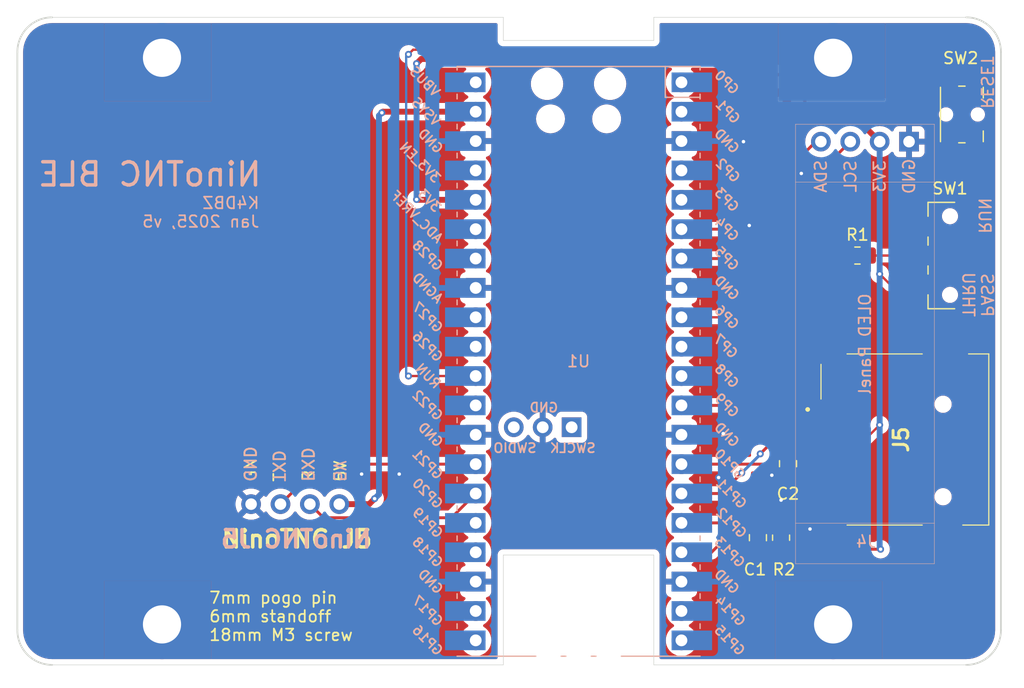
<source format=kicad_pcb>
(kicad_pcb (version 20240108) (generator "pcbnew") (generator_version "8.0")
  (layers (0 "F.Cu" signal) (31 "B.Cu" signal) (34 "B.Paste" user) (35 "F.Paste" user) (36 "B.SilkS" user "B.Silkscreen") (37 "F.SilkS" user "F.Silkscreen") (38 "B.Mask" user) (39 "F.Mask" user) (44 "Edge.Cuts" user))
  (net 0 "")
  (net 7 "SCL")
  (net 10 "TXD")
  (net 11 "SDA")
  (net 18 "5V")
  (net 19 "Net-(SW1-B)")
  (net 23 "RXD")
  (net 34 "3V3")
  (net 41 "GND")
  (net 42 "MODE_SEL")
  (net 44 "RUN")
  (net 45 "/SPI1_CS")
  (net 46 "/SPI1_SCK")
  (net 47 "SD_CD")
  (net 48 "/SPI1_TX")
  (net 49 "/SPI1_RX")
  (footprint "Connector_Pin:Pin_D1.0mm_4.0mm_POGO" (layer "F.Cu") (at 128.32 111.6)
    (property "Reference" "J7" (hide yes))
    (property "Value" "Conn_01x01")
    (pad "1" thru_hole circle (at 0 0) (size 1.7 1.7) (drill 1) (layers "*.Cu" "*.Mask") (net 18 "5V"))
  )
  (footprint "Capacitor_SMD:C_0805_2012Metric_Pad1.18x1.45mm_HandSolder" (layer "F.Cu") (at 164.5 114.5 -90)
    (property "Reference" "C1" (at 2.75 0.25 180) (layer "F.SilkS"))
    (property "Value" "C")
    (fp_line (start -0.261252 0.735) (end 0.261252 0.735) (stroke (width 0.12)) (layer "F.SilkS"))
    (fp_line (start -0.261252 -0.735) (end 0.261252 -0.735) (stroke (width 0.12)) (layer "F.SilkS"))
    (pad "1" smd roundrect (at -1.0375 0 270) (size 1.175 1.45) (layers "F.Cu" "F.Paste" "F.Mask") (roundrect_rratio 0.212766) (net 47 "SD_CD"))
    (pad "2" smd roundrect (at 1.0375 0 270) (size 1.175 1.45) (layers "F.Cu" "F.Paste" "F.Mask") (roundrect_rratio 0.212766) (net 41 "GND"))
  )
  (footprint "Capacitor_SMD:C_0805_2012Metric_Pad1.18x1.45mm_HandSolder" (layer "F.Cu") (at 167.1 108.1 -90)
    (property "Reference" "C2" (at 2.6 0 180) (layer "F.SilkS"))
    (property "Value" "C")
    (fp_line (start -0.261252 0.735) (end 0.261252 0.735) (stroke (width 0.12)) (layer "F.SilkS"))
    (fp_line (start -0.261252 -0.735) (end 0.261252 -0.735) (stroke (width 0.12)) (layer "F.SilkS"))
    (pad "1" smd roundrect (at -1.0375 0 270) (size 1.175 1.45) (layers "F.Cu" "F.Paste" "F.Mask") (roundrect_rratio 0.212766) (net 34 "3V3"))
    (pad "2" smd roundrect (at 1.0375 0 270) (size 1.175 1.45) (layers "F.Cu" "F.Paste" "F.Mask") (roundrect_rratio 0.212766) (net 41 "GND"))
  )
  (footprint "Connector_Pin:Pin_D1.0mm_4.0mm_POGO" (layer "F.Cu") (at 123.24 111.6)
    (property "Reference" "J2" (hide yes))
    (property "Value" "Conn_01x01")
    (pad "1" thru_hole circle (at 0 0) (size 1.7 1.7) (drill 1) (layers "*.Cu" "*.Mask") (net 10 "TXD"))
  )
  (footprint "Button_Switch_SMD:SW_SPDT_CK_JS102011SAQN" (layer "F.Cu") (at 181.1 90.1 90)
    (property "Reference" "SW1" (at 5.8 0 0) (layer "F.SilkS"))
    (property "Value" "SW_SPDT")
    (fp_line (start 4.6 -1.9) (end 4.6 0.4) (stroke (width 0.12)) (layer "F.SilkS"))
    (fp_line (start 3.4 -1.9) (end 4.6 -1.9) (stroke (width 0.12)) (layer "F.SilkS"))
    (fp_line (start 1.6 -1.9) (end 0.9 -1.9) (stroke (width 0.12)) (layer "F.SilkS"))
    (fp_line (start -0.9 -1.9) (end -1.6 -1.9) (stroke (width 0.12)) (layer "F.SilkS"))
    (fp_line (start -4.6 -1.9) (end -3.4 -1.9) (stroke (width 0.12)) (layer "F.SilkS"))
    (fp_line (start -4.6 0.4) (end -4.6 -1.9) (stroke (width 0.12)) (layer "F.SilkS"))
    (pad "" np_thru_hole circle (at -3.4 0 90) (size 0.9 0.9) (drill 0.9) (layers "*.Cu" "*.Mask"))
    (pad "" np_thru_hole circle (at 3.4 0 90) (size 0.9 0.9) (drill 0.9) (layers "*.Cu" "*.Mask"))
    (pad "1" smd roundrect (at -2.5 -2.75 90) (size 1.25 2.5) (layers "F.Cu" "F.Paste" "F.Mask") (roundrect_rratio 0.2) (net 34 "3V3"))
    (pad "2" smd roundrect (at 0 -2.75 90) (size 1.25 2.5) (layers "F.Cu" "F.Paste" "F.Mask") (roundrect_rratio 0.2) (net 19 "Net-(SW1-B)"))
    (pad "3" smd roundrect (at 2.5 -2.75 90) (size 1.25 2.5) (layers "F.Cu" "F.Paste" "F.Mask") (roundrect_rratio 0.2) (net 41 "GND"))
  )
  (footprint "Resistor_SMD:R_0805_2012Metric_Pad1.20x1.40mm_HandSolder" (layer "F.Cu") (at 166.5 114.5 -90)
    (property "Reference" "R2" (at 2.75 -0.25 180) (layer "F.SilkS"))
    (property "Value" "10k")
    (fp_line (start -0.227064 0.735) (end 0.227064 0.735) (stroke (width 0.12)) (layer "F.SilkS"))
    (fp_line (start -0.227064 -0.735) (end 0.227064 -0.735) (stroke (width 0.12)) (layer "F.SilkS"))
    (pad "1" smd roundrect (at -1 0 270) (size 1.2 1.4) (layers "F.Cu" "F.Paste" "F.Mask") (roundrect_rratio 0.208333) (net 47 "SD_CD"))
    (pad "2" smd roundrect (at 1 0 270) (size 1.2 1.4) (layers "F.Cu" "F.Paste" "F.Mask") (roundrect_rratio 0.208333) (net 34 "3V3"))
  )
  (footprint "Connector_Pin:Pin_D1.0mm_4.0mm_POGO" (layer "F.Cu") (at 125.78 111.6)
    (property "Reference" "J6" (hide yes))
    (property "Value" "Conn_01x01")
    (pad "1" thru_hole circle (at 0 0) (size 1.7 1.7) (drill 1) (layers "*.Cu" "*.Mask") (net 23 "RXD"))
  )
  (footprint "Connector_Pin:Pin_D1.0mm_4.0mm_POGO" (layer "F.Cu") (at 120.7 111.6)
    (property "Reference" "J1" (hide yes))
    (property "Value" "Conn_01x01")
    (pad "1" thru_hole circle (at 0 0) (size 1.7 1.7) (drill 1) (layers "*.Cu" "*.Mask") (net 41 "GND"))
  )
  (footprint "Button_Switch_SMD:Panasonic_EVQPUL_EVQPUC" (layer "F.Cu") (at 182.125 77.9 -90)
    (property "Reference" "SW2" (at -4.875 0.1 0) (layer "F.SilkS"))
    (property "Value" "SW_Push")
    (fp_line (start 2.35 1.85) (end -2.35 1.85) (stroke (width 0.12)) (layer "F.SilkS"))
    (fp_line (start -2.45 0.275) (end -2.45 -0.275) (stroke (width 0.12)) (layer "F.SilkS"))
    (fp_line (start 2.45 0.275) (end 2.45 -0.275) (stroke (width 0.12)) (layer "F.SilkS"))
    (fp_line (start -1.425 -1.85) (end -2.35 -1.85) (stroke (width 0.12)) (layer "F.SilkS"))
    (fp_line (start 2.35 -1.85) (end 1.425 -1.85) (stroke (width 0.12)) (layer "F.SilkS"))
    (pad "" np_thru_hole circle (at 0 -1.375 90) (size 0.75 0.75) (drill 0.75) (layers "*.Cu" "*.Mask"))
    (pad "" np_thru_hole circle (at 0 1.375 90) (size 0.75 0.75) (drill 0.75) (layers "*.Cu" "*.Mask"))
    (pad "1" smd rect (at -2.625 -0.85 90) (size 1.55 1) (layers "F.Cu" "F.Paste" "F.Mask") (net 41 "GND"))
    (pad "1" smd rect (at 2.625 -0.85 90) (size 1.55 1) (layers "F.Cu" "F.Paste" "F.Mask") (net 41 "GND"))
    (pad "2" smd rect (at -2.625 0.85 90) (size 1.55 1) (layers "F.Cu" "F.Paste" "F.Mask") (net 44 "RUN"))
    (pad "2" smd rect (at 2.625 0.85 90) (size 1.55 1) (layers "F.Cu" "F.Paste" "F.Mask") (net 44 "RUN"))
  )
  (footprint "Module:NinoTNC_No_J5" (layer "F.Cu") (at 100.5 69.5)
    (property "Reference" "J3" (hide yes))
    (property "Value" "Conn_01x01")
    (fp_line (start 0 3) (end 0 53) (stroke (width 0.15)) (layer "Edge.Cuts"))
    (fp_line (start 85 3) (end 85 53) (stroke (width 0.15)) (layer "Edge.Cuts"))
    (fp_arc (start 0 3) (mid 0.87868 0.87868) (end 3 0) (stroke (width 0.15)) (layer "Edge.Cuts"))
    (fp_arc (start 3 56) (mid 0.87868 55.12132) (end 0 53) (stroke (width 0.15)) (layer "Edge.Cuts"))
    (fp_arc (start 82 0) (mid 84.12132 0.87868) (end 85 3) (stroke (width 0.15)) (layer "Edge.Cuts"))
    (fp_arc (start 85 53) (mid 84.12132 55.12132) (end 82 56) (stroke (width 0.15)) (layer "Edge.Cuts"))
    (pad "1" thru_hole circle (at 12.5 3.5) (size 6 6) (drill 3.3) (layers "*.Cu" "*.Mask") (net 41 "GND"))
    (pad "1" thru_hole circle (at 12.5 52.5) (size 6 6) (drill 3.3) (layers "*.Cu" "*.Mask") (net 41 "GND"))
    (pad "1" thru_hole circle (at 70.5 3.5) (size 6 6) (drill 3.3) (layers "*.Cu" "*.Mask") (net 41 "GND"))
    (pad "1" thru_hole circle (at 70.5 52.5) (size 6 6) (drill 3.3) (layers "*.Cu" "*.Mask") (net 41 "GND"))
  )
  (footprint "Connector_Card:TF-01A" (layer "F.Cu") (at 177.2 106.01 90)
    (property "Reference" "J5" (at 0 -0.325 90) (layer "F.SilkS") (effects (font (size 1.27 1.27) (thickness 0.254))))
    (property "Value" "TF-01A" (hide yes))
    (fp_line (start 2.6 -8.5) (end 2.6 -8.5) (stroke (width 0.2)) (layer "F.SilkS"))
    (fp_line (start 2.6 -8.3) (end 2.6 -8.3) (stroke (width 0.2)) (layer "F.SilkS"))
    (fp_line (start 3.5 -7.25) (end 6.5 -7.25) (stroke (width 0.1)) (layer "F.SilkS"))
    (fp_line (start -7.4 -5) (end -7.4 1.5) (stroke (width 0.1)) (layer "F.SilkS"))
    (fp_line (start 7.4 1.5) (end 7.4 -5) (stroke (width 0.1)) (layer "F.SilkS"))
    (fp_line (start -7.4 5) (end -7.4 7.25) (stroke (width 0.1)) (layer "F.SilkS"))
    (fp_line (start 7.4 7.25) (end 7.4 5.5) (stroke (width 0.1)) (layer "F.SilkS"))
    (fp_line (start -7.4 7.25) (end 7.4 7.25) (stroke (width 0.1)) (layer "F.SilkS"))
    (fp_arc (start 2.6 -8.5) (mid 2.7 -8.4) (end 2.6 -8.3) (stroke (width 0.2)) (layer "F.SilkS"))
    (fp_arc (start 2.6 -8.3) (mid 2.5 -8.4) (end 2.6 -8.5) (stroke (width 0.2)) (layer "F.SilkS"))
    (pad "" np_thru_hole circle (at -4.95 3.3 90) (size 1 1) (drill 1) (layers "*.Cu" "*.Mask"))
    (pad "" np_thru_hole circle (at 3.05 3.3 90) (size 1 1) (drill 1) (layers "*.Cu" "*.Mask"))
    (pad "1" smd rect (at 2.56 -7.25 90) (size 0.7 1.3) (layers "F.Cu" "F.Paste" "F.Mask"))
    (pad "2" smd rect (at 1.46 -7.25 90) (size 0.7 1.3) (layers "F.Cu" "F.Paste" "F.Mask") (net 45 "/SPI1_CS"))
    (pad "3" smd rect (at 0.36 -7.25 90) (size 0.7 1.3) (layers "F.Cu" "F.Paste" "F.Mask") (net 48 "/SPI1_TX"))
    (pad "4" smd rect (at -0.74 -7.25 90) (size 0.7 1.3) (layers "F.Cu" "F.Paste" "F.Mask") (net 34 "3V3"))
    (pad "5" smd rect (at -1.84 -7.25 90) (size 0.7 1.3) (layers "F.Cu" "F.Paste" "F.Mask") (net 46 "/SPI1_SCK"))
    (pad "6" smd rect (at -2.94 -7.25 90) (size 0.7 1.3) (layers "F.Cu" "F.Paste" "F.Mask") (net 41 "GND"))
    (pad "7" smd rect (at -4.04 -7.25 90) (size 0.7 1.3) (layers "F.Cu" "F.Paste" "F.Mask") (net 49 "/SPI1_RX"))
    (pad "8" smd rect (at -5.14 -7.25 90) (size 0.7 1.3) (layers "F.Cu" "F.Paste" "F.Mask"))
    (pad "CD" smd rect (at -6.24 -7.25 90) (size 0.7 1.3) (layers "F.Cu" "F.Paste" "F.Mask") (net 47 "SD_CD"))
    (pad "MP1" smd rect (at -7.76 -6.4 90) (size 1.2 1.4) (layers "F.Cu" "F.Paste" "F.Mask"))
    (pad "MP2" smd rect (at -7.76 3.3 90) (size 1.2 2) (layers "F.Cu" "F.Paste" "F.Mask"))
    (pad "MP3" smd rect (at 7.76 3.3 90) (size 1.2 2) (layers "F.Cu" "F.Paste" "F.Mask"))
    (pad "MP4" smd rect (at 7.34 -6.4 90) (size 1.2 1.4) (layers "F.Cu" "F.Paste" "F.Mask"))
  )
  (footprint "Resistor_SMD:R_0805_2012Metric_Pad1.20x1.40mm_HandSolder" (layer "F.Cu") (at 173.1 90.1)
    (property "Reference" "R1" (at 0 -1.8 0) (layer "F.SilkS"))
    (property "Value" "10k")
    (fp_line (start -0.227064 -0.735) (end 0.227064 -0.735) (stroke (width 0.12)) (layer "F.SilkS"))
    (fp_line (start -0.227064 0.735) (end 0.227064 0.735) (stroke (width 0.12)) (layer "F.SilkS"))
    (pad "1" smd roundrect (at -1 0) (size 1.2 1.4) (layers "F.Cu" "F.Paste" "F.Mask") (roundrect_rratio 0.208333) (net 42 "MODE_SEL"))
    (pad "2" smd roundrect (at 1 0) (size 1.2 1.4) (layers "F.Cu" "F.Paste" "F.Mask") (roundrect_rratio 0.208333) (net 19 "Net-(SW1-B)"))
  )
  (footprint "Display:SSD1306-0.91-OLED-4pin-128x32" (layer "B.Cu") (at 179.75 116.75 90)
    (property "Reference" "J4" (at 1.9 -5.91 0) (layer "B.SilkS") (effects (justify mirror)))
    (property "Value" "Conn_01x04")
    (fp_line (start 38 -12) (end 0 -12) (stroke (width 0.04)) (layer "B.SilkS"))
    (fp_line (start 33 -12) (end 33 0) (stroke (width 0.04)) (layer "B.SilkS"))
    (fp_line (start 3.5 -12) (end 3.5 0) (stroke (width 0.04)) (layer "B.SilkS"))
    (fp_line (start 0 -12) (end 0 0) (stroke (width 0.04)) (layer "B.SilkS"))
    (fp_line (start 38 0) (end 38 -12) (stroke (width 0.04)) (layer "B.SilkS"))
    (fp_line (start 0 0) (end 38 0) (stroke (width 0.04)) (layer "B.SilkS"))
    (fp_text user "SCL" (at 33.5 -7.25 90) (layer "B.SilkS") (effects (justify mirror)))
    (fp_text user "3V3" (at 33.5 -4.73 90) (layer "B.SilkS") (effects (justify mirror)))
    (fp_text user "GND" (at 33.5 -2.19 90) (layer "B.SilkS") (effects (justify mirror)))
    (fp_text user "OLED Panel" (at 19 -6 90) (layer "B.SilkS") (effects (justify mirror)))
    (fp_text user "SDA" (at 33.5 -9.81 90) (layer "B.SilkS") (effects (justify mirror)))
    (pad "1" thru_hole rect (at 36.5 -2.19 90) (size 1.7 1.7) (drill 1) (layers "*.Cu" "*.Mask") (net 41 "GND"))
    (pad "2" thru_hole oval (at 36.5 -4.73 90) (size 1.7 1.7) (drill 1) (layers "*.Cu" "*.Mask") (net 34 "3V3"))
    (pad "3" thru_hole oval (at 36.5 -7.27 90) (size 1.7 1.7) (drill 1) (layers "*.Cu" "*.Mask") (net 7 "SCL"))
    (pad "4" thru_hole oval (at 36.5 -9.81 90) (size 1.7 1.7) (drill 1) (layers "*.Cu" "*.Mask") (net 11 "SDA"))
  )
  (footprint "Module:RPi_Pico_W_SMD_TH" (layer "B.Cu") (at 149 99.25 180)
    (property "Reference" "U1" (at 0 0 0) (layer "B.SilkS") (effects (justify mirror)))
    (property "Value" "Pico")
    (fp_line (start 10.5 25.5) (end -10.5 25.5) (stroke (width 0.12)) (layer "B.SilkS"))
    (fp_line (start 10.5 25.2) (end 10.5 25.5) (stroke (width 0.12)) (layer "B.SilkS"))
    (fp_line (start 10.5 22.7) (end 10.5 23.1) (stroke (width 0.12)) (layer "B.SilkS"))
    (fp_line (start 10.5 20.1) (end 10.5 20.5) (stroke (width 0.12)) (layer "B.SilkS"))
    (fp_line (start 10.5 17.6) (end 10.5 18) (stroke (width 0.12)) (layer "B.SilkS"))
    (fp_line (start 10.5 15) (end 10.5 15.4) (stroke (width 0.12)) (layer "B.SilkS"))
    (fp_line (start 10.5 12.5) (end 10.5 12.9) (stroke (width 0.12)) (layer "B.SilkS"))
    (fp_line (start 10.5 10) (end 10.5 10.4) (stroke (width 0.12)) (layer "B.SilkS"))
    (fp_line (start 10.5 7.4) (end 10.5 7.8) (stroke (width 0.12)) (layer "B.SilkS"))
    (fp_line (start 10.5 4.9) (end 10.5 5.3) (stroke (width 0.12)) (layer "B.SilkS"))
    (fp_line (start 10.5 2.3) (end 10.5 2.7) (stroke (width 0.12)) (layer "B.SilkS"))
    (fp_line (start 10.5 -0.2) (end 10.5 0.2) (stroke (width 0.12)) (layer "B.SilkS"))
    (fp_line (start 10.5 -2.7) (end 10.5 -2.3) (stroke (width 0.12)) (layer "B.SilkS"))
    (fp_line (start 10.5 -5.3) (end 10.5 -4.9) (stroke (width 0.12)) (layer "B.SilkS"))
    (fp_line (start 10.5 -7.8) (end 10.5 -7.4) (stroke (width 0.12)) (layer "B.SilkS"))
    (fp_line (start 10.5 -10.4) (end 10.5 -10) (stroke (width 0.12)) (layer "B.SilkS"))
    (fp_line (start 10.5 -12.9) (end 10.5 -12.5) (stroke (width 0.12)) (layer "B.SilkS"))
    (fp_line (start 10.5 -15.5) (end 10.5 -15.1) (stroke (width 0.12)) (layer "B.SilkS"))
    (fp_line (start 10.5 -18) (end 10.5 -17.6) (stroke (width 0.12)) (layer "B.SilkS"))
    (fp_line (start 10.5 -20.5) (end 10.5 -20.1) (stroke (width 0.12)) (layer "B.SilkS"))
    (fp_line (start 10.5 -23.1) (end 10.5 -22.7) (stroke (width 0.12)) (layer "B.SilkS"))
    (fp_line (start 3.7 -25.5) (end 10.5 -25.5) (stroke (width 0.12)) (layer "B.SilkS"))
    (fp_line (start 1.5 -25.5) (end 1.1 -25.5) (stroke (width 0.12)) (layer "B.SilkS"))
    (fp_line (start -1.1 -25.5) (end -1.5 -25.5) (stroke (width 0.12)) (layer "B.SilkS"))
    (fp_line (start -7.493 25.5) (end -7.493 22.833) (stroke (width 0.12)) (layer "B.SilkS"))
    (fp_line (start -7.493 22.833) (end -10.5 22.833) (stroke (width 0.12)) (layer "B.SilkS"))
    (fp_line (start -10.5 25.2) (end -10.5 25.5) (stroke (width 0.12)) (layer "B.SilkS"))
    (fp_line (start -10.5 22.7) (end -10.5 23.1) (stroke (width 0.12)) (layer "B.SilkS"))
    (fp_line (start -10.5 20.1) (end -10.5 20.5) (stroke (width 0.12)) (layer "B.SilkS"))
    (fp_line (start -10.5 17.6) (end -10.5 18) (stroke (width 0.12)) (layer "B.SilkS"))
    (fp_line (start -10.5 15) (end -10.5 15.4) (stroke (width 0.12)) (layer "B.SilkS"))
    (fp_line (start -10.5 12.5) (end -10.5 12.9) (stroke (width 0.12)) (layer "B.SilkS"))
    (fp_line (start -10.5 10) (end -10.5 10.4) (stroke (width 0.12)) (layer "B.SilkS"))
    (fp_line (start -10.5 7.4) (end -10.5 7.8) (stroke (width 0.12)) (layer "B.SilkS"))
    (fp_line (start -10.5 4.9) (end -10.5 5.3) (stroke (width 0.12)) (layer "B.SilkS"))
    (fp_line (start -10.5 2.3) (end -10.5 2.7) (stroke (width 0.12)) (layer "B.SilkS"))
    (fp_line (start -10.5 -0.2) (end -10.5 0.2) (stroke (width 0.12)) (layer "B.SilkS"))
    (fp_line (start -10.5 -2.7) (end -10.5 -2.3) (stroke (width 0.12)) (layer "B.SilkS"))
    (fp_line (start -10.5 -5.3) (end -10.5 -4.9) (stroke (width 0.12)) (layer "B.SilkS"))
    (fp_line (start -10.5 -7.8) (end -10.5 -7.4) (stroke (width 0.12)) (layer "B.SilkS"))
    (fp_line (start -10.5 -10.4) (end -10.5 -10) (stroke (width 0.12)) (layer "B.SilkS"))
    (fp_line (start -10.5 -12.9) (end -10.5 -12.5) (stroke (width 0.12)) (layer "B.SilkS"))
    (fp_line (start -10.5 -15.5) (end -10.5 -15.1) (stroke (width 0.12)) (layer "B.SilkS"))
    (fp_line (start -10.5 -18) (end -10.5 -17.6) (stroke (width 0.12)) (layer "B.SilkS"))
    (fp_line (start -10.5 -20.5) (end -10.5 -20.1) (stroke (width 0.12)) (layer "B.SilkS"))
    (fp_line (start -10.5 -23.1) (end -10.5 -22.7) (stroke (width 0.12)) (layer "B.SilkS"))
    (fp_line (start -10.5 -25.5) (end -3.7 -25.5) (stroke (width 0.12)) (layer "B.SilkS"))
    (fp_text user "GP14" (at -13.1 -21.59 135) (layer "B.SilkS") (effects (font (size 0.8 0.8)) (justify mirror)))
    (fp_text user "VBUS" (at 13.3 24.2 135) (layer "B.SilkS") (effects (font (size 0.8 0.8)) (justify mirror)))
    (fp_text user "3V3" (at 12.9 13.9 135) (layer "B.SilkS") (effects (font (size 0.8 0.8)) (justify mirror)))
    (fp_text user "GND" (at 12.8 -19.05 135) (layer "B.SilkS") (effects (font (size 0.8 0.8)) (justify mirror)))
    (fp_text user "GP1" (at -12.9 21.6 135) (layer "B.SilkS") (effects (font (size 0.8 0.8)) (justify mirror)))
    (fp_text user "GND" (at -12.8 19.05 135) (layer "B.SilkS") (effects (font (size 0.8 0.8)) (justify mirror)))
    (fp_text user "GP12" (at -13.2 -13.97 135) (layer "B.SilkS") (effects (font (size 0.8 0.8)) (justify mirror)))
    (fp_text user "SWCLK" (at 0.5 -7.5 0) (layer "B.SilkS") (effects (font (size 0.8 0.8)) (justify mirror)))
    (fp_text user "GP17" (at 13.054 -21.59 135) (layer "B.SilkS") (effects (font (size 0.8 0.8)) (justify mirror)))
    (fp_text user "GP21" (at 13.054 -8.9 135) (layer "B.SilkS") (effects (font (size 0.8 0.8)) (justify mirror)))
    (fp_text user "GP9" (at -12.8 -3.81 135) (layer "B.SilkS") (effects (font (size 0.8 0.8)) (justify mirror)))
    (fp_text user "ADC_VREF" (at 14 12.5 135) (layer "B.SilkS") (effects (font (size 0.8 0.8)) (justify mirror)))
    (fp_text user "GP10" (at -13.054 -8.89 135) (layer "B.SilkS") (effects (font (size 0.8 0.8)) (justify mirror)))
    (fp_text user "GP4" (at -12.8 11.43 135) (layer "B.SilkS") (effects (font (size 0.8 0.8)) (justify mirror)))
    (fp_text user "VSYS" (at 13.2 21.59 135) (layer "B.SilkS") (effects (font (size 0.8 0.8)) (justify mirror)))
    (fp_text user "GP20" (at 13.054 -11.43 135) (layer "B.SilkS") (effects (font (size 0.8 0.8)) (justify mirror)))
    (fp_text user "GND" (at 12.8 -6.35 135) (layer "B.SilkS") (effects (font (size 0.8 0.8)) (justify mirror)))
    (fp_text user "GP15" (at -13.054 -24.13 135) (layer "B.SilkS") (effects (font (size 0.8 0.8)) (justify mirror)))
    (fp_text user "GP19" (at 13.054 -13.97 135) (layer "B.SilkS") (effects (font (size 0.8 0.8)) (justify mirror)))
    (fp_text user "GP0" (at -12.8 24.13 135) (layer "B.SilkS") (effects (font (size 0.8 0.8)) (justify mirror)))
    (fp_text user "GP3" (at -12.8 13.97 135) (layer "B.SilkS") (effects (font (size 0.8 0.8)) (justify mirror)))
    (fp_text user "GP26" (at 13.054 1.27 135) (layer "B.SilkS") (effects (font (size 0.8 0.8)) (justify mirror)))
    (fp_text user "RUN" (at 13 -1.27 135) (layer "B.SilkS") (effects (font (size 0.8 0.8)) (justify mirror)))
    (fp_text user "GND" (at -12.8 -6.35 135) (layer "B.SilkS") (effects (font (size 0.8 0.8)) (justify mirror)))
    (fp_text user "GP16" (at 13.054 -24.13 135) (layer "B.SilkS") (effects (font (size 0.8 0.8)) (justify mirror)))
    (fp_text user "GND" (at -12.8 -19.05 135) (layer "B.SilkS") (effects (font (size 0.8 0.8)) (justify mirror)))
    (fp_text user "GP8" (at -12.8 -1.27 135) (layer "B.SilkS") (effects (font (size 0.8 0.8)) (justify mirror)))
    (fp_text user "GP28" (at 13.054 9.144 135) (layer "B.SilkS") (effects (font (size 0.8 0.8)) (justify mirror)))
    (fp_text user "GND" (at -12.8 6.35 135) (layer "B.SilkS") (effects (font (size 0.8 0.8)) (justify mirror)))
    (fp_text user "GP7" (at -12.7 1.3 135) (layer "B.SilkS") (effects (font (size 0.8 0.8)) (justify mirror)))
    (fp_text user "SWDIO" (at 5.5 -7.5 0) (layer "B.SilkS") (effects (font (size 0.8 0.8)) (justify mirror)))
    (fp_text user "GP13" (at -13.054 -16.51 135) (layer "B.SilkS") (effects (font (size 0.8 0.8)) (justify mirror)))
    (fp_text user "GP27" (at 13.054 3.8 135) (layer "B.SilkS") (effects (font (size 0.8 0.8)) (justify mirror)))
    (fp_text user "GP22" (at 13.054 -3.81 135) (layer "B.SilkS") (effects (font (size 0.8 0.8)) (justify mirror)))
    (fp_text user "GND" (at 3 -4 0) (layer "B.SilkS") (effects (font (size 0.8 0.8)) (justify mirror)))
    (fp_text user "GP5" (at -12.8 8.89 135) (layer "B.SilkS") (effects (font (size 0.8 0.8)) (justify mirror)))
    (fp_text user "AGND" (at 13.054 6.35 135) (layer "B.SilkS") (effects (font (size 0.8 0.8)) (justify mirror)))
    (fp_text user "3V3_EN" (at 13.7 17.2 135) (layer "B.SilkS") (effects (font (size 0.8 0.8)) (justify mirror)))
    (fp_text user "GND" (at 12.8 19.05 135) (layer "B.SilkS") (effects (font (size 0.8 0.8)) (justify mirror)))
    (fp_text user "GP18" (at 13.054 -16.51 135) (layer "B.SilkS") (effects (font (size 0.8 0.8)) (justify mirror)))
    (fp_text user "GP6" (at -12.8 3.81 135) (layer "B.SilkS") (effects (font (size 0.8 0.8)) (justify mirror)))
    (fp_text user "GP2" (at -12.9 16.51 135) (layer "B.SilkS") (effects (font (size 0.8 0.8)) (justify mirror)))
    (fp_text user "GP11" (at -13.2 -11.43 135) (layer "B.SilkS") (effects (font (size 0.8 0.8)) (justify mirror)))
    (pad "" np_thru_hole oval (at -2.725 24 180) (size 1.8 1.8) (drill 1.8) (layers "*.Cu" "*.Mask"))
    (pad "" np_thru_hole oval (at -2.425 20.97 180) (size 1.5 1.5) (drill 1.5) (layers "*.Cu" "*.Mask"))
    (pad "" np_thru_hole oval (at 2.425 20.97 180) (size 1.5 1.5) (drill 1.5) (layers "*.Cu" "*.Mask"))
    (pad "" np_thru_hole oval (at 2.725 24 180) (size 1.8 1.8) (drill 1.8) (layers "*.Cu" "*.Mask"))
    (pad "1" thru_hole oval (at -8.89 24.13 180) (size 1.7 1.7) (drill 1.02) (layers "*.Cu" "*.Mask"))
    (pad "1" smd rect (at -8.89 24.13 180) (size 3.5 1.7) (drill (offset -0.9 0)) (layers "B.Cu" "B.Mask"))
    (pad "2" thru_hole oval (at -8.89 21.59 180) (size 1.7 1.7) (drill 1.02) (layers "*.Cu" "*.Mask"))
    (pad "2" smd rect (at -8.89 21.59 180) (size 3.5 1.7) (drill (offset -0.9 0)) (layers "B.Cu" "B.Mask"))
    (pad "3" thru_hole rect (at -8.89 19.05 180) (size 1.7 1.7) (drill 1.02) (layers "*.Cu" "*.Mask") (net 41 "GND"))
    (pad "3" smd rect (at -8.89 19.05 180) (size 3.5 1.7) (drill (offset -0.9 0)) (layers "B.Cu" "B.Mask") (net 41 "GND"))
    (pad "4" thru_hole oval (at -8.89 16.51 180) (size 1.7 1.7) (drill 1.02) (layers "*.Cu" "*.Mask"))
    (pad "4" smd rect (at -8.89 16.51 180) (size 3.5 1.7) (drill (offset -0.9 0)) (layers "B.Cu" "B.Mask"))
    (pad "5" thru_hole oval (at -8.89 13.97 180) (size 1.7 1.7) (drill 1.02) (layers "*.Cu" "*.Mask"))
    (pad "5" smd rect (at -8.89 13.97 180) (size 3.5 1.7) (drill (offset -0.9 0)) (layers "B.Cu" "B.Mask"))
    (pad "6" thru_hole oval (at -8.89 11.43 180) (size 1.7 1.7) (drill 1.02) (layers "*.Cu" "*.Mask") (net 11 "SDA"))
    (pad "6" smd rect (at -8.89 11.43 180) (size 3.5 1.7) (drill (offset -0.9 0)) (layers "B.Cu" "B.Mask") (net 11 "SDA"))
    (pad "7" thru_hole oval (at -8.89 8.89 180) (size 1.7 1.7) (drill 1.02) (layers "*.Cu" "*.Mask") (net 7 "SCL"))
    (pad "7" smd rect (at -8.89 8.89 180) (size 3.5 1.7) (drill (offset -0.9 0)) (layers "B.Cu" "B.Mask") (net 7 "SCL"))
    (pad "8" thru_hole rect (at -8.89 6.35 180) (size 1.7 1.7) (drill 1.02) (layers "*.Cu" "*.Mask") (net 41 "GND"))
    (pad "8" smd rect (at -8.89 6.35 180) (size 3.5 1.7) (drill (offset -0.9 0)) (layers "B.Cu" "B.Mask") (net 41 "GND"))
    (pad "9" thru_hole oval (at -8.89 3.81 180) (size 1.7 1.7) (drill 1.02) (layers "*.Cu" "*.Mask") (net 42 "MODE_SEL"))
    (pad "9" smd rect (at -8.89 3.81 180) (size 3.5 1.7) (drill (offset -0.9 0)) (layers "B.Cu" "B.Mask") (net 42 "MODE_SEL"))
    (pad "10" thru_hole oval (at -8.89 1.27 180) (size 1.7 1.7) (drill 1.02) (layers "*.Cu" "*.Mask"))
    (pad "10" smd rect (at -8.89 1.27 180) (size 3.5 1.7) (drill (offset -0.9 0)) (layers "B.Cu" "B.Mask"))
    (pad "11" thru_hole oval (at -8.89 -1.27 180) (size 1.7 1.7) (drill 1.02) (layers "*.Cu" "*.Mask"))
    (pad "11" smd rect (at -8.89 -1.27 180) (size 3.5 1.7) (drill (offset -0.9 0)) (layers "B.Cu" "B.Mask"))
    (pad "12" thru_hole oval (at -8.89 -3.81 180) (size 1.7 1.7) (drill 1.02) (layers "*.Cu" "*.Mask") (net 45 "/SPI1_CS"))
    (pad "12" smd rect (at -8.89 -3.81 180) (size 3.5 1.7) (drill (offset -0.9 0)) (layers "B.Cu" "B.Mask") (net 45 "/SPI1_CS"))
    (pad "13" thru_hole rect (at -8.89 -6.35 180) (size 1.7 1.7) (drill 1.02) (layers "*.Cu" "*.Mask") (net 41 "GND"))
    (pad "13" smd rect (at -8.89 -6.35 180) (size 3.5 1.7) (drill (offset -0.9 0)) (layers "B.Cu" "B.Mask") (net 41 "GND"))
    (pad "14" thru_hole oval (at -8.89 -8.89 180) (size 1.7 1.7) (drill 1.02) (layers "*.Cu" "*.Mask") (net 46 "/SPI1_SCK"))
    (pad "14" smd rect (at -8.89 -8.89 180) (size 3.5 1.7) (drill (offset -0.9 0)) (layers "B.Cu" "B.Mask") (net 46 "/SPI1_SCK"))
    (pad "15" thru_hole oval (at -8.89 -11.43 180) (size 1.7 1.7) (drill 1.02) (layers "*.Cu" "*.Mask") (net 48 "/SPI1_TX"))
    (pad "15" smd rect (at -8.89 -11.43 180) (size 3.5 1.7) (drill (offset -0.9 0)) (layers "B.Cu" "B.Mask") (net 48 "/SPI1_TX"))
    (pad "16" thru_hole oval (at -8.89 -13.97 180) (size 1.7 1.7) (drill 1.02) (layers "*.Cu" "*.Mask") (net 49 "/SPI1_RX"))
    (pad "16" smd rect (at -8.89 -13.97 180) (size 3.5 1.7) (drill (offset -0.9 0)) (layers "B.Cu" "B.Mask") (net 49 "/SPI1_RX"))
    (pad "17" thru_hole oval (at -8.89 -16.51 180) (size 1.7 1.7) (drill 1.02) (layers "*.Cu" "*.Mask") (net 47 "SD_CD"))
    (pad "17" smd rect (at -8.89 -16.51 180) (size 3.5 1.7) (drill (offset -0.9 0)) (layers "B.Cu" "B.Mask") (net 47 "SD_CD"))
    (pad "18" thru_hole rect (at -8.89 -19.05 180) (size 1.7 1.7) (drill 1.02) (layers "*.Cu" "*.Mask") (net 41 "GND"))
    (pad "18" smd rect (at -8.89 -19.05 180) (size 3.5 1.7) (drill (offset -0.9 0)) (layers "B.Cu" "B.Mask") (net 41 "GND"))
    (pad "19" thru_hole oval (at -8.89 -21.59 180) (size 1.7 1.7) (drill 1.02) (layers "*.Cu" "*.Mask"))
    (pad "19" smd rect (at -8.89 -21.59 180) (size 3.5 1.7) (drill (offset -0.9 0)) (layers "B.Cu" "B.Mask"))
    (pad "20" thru_hole oval (at -8.89 -24.13 180) (size 1.7 1.7) (drill 1.02) (layers "*.Cu" "*.Mask"))
    (pad "20" smd rect (at -8.89 -24.13 180) (size 3.5 1.7) (drill (offset -0.9 0)) (layers "B.Cu" "B.Mask"))
    (pad "21" thru_hole oval (at 8.89 -24.13 180) (size 1.7 1.7) (drill 1.02) (layers "*.Cu" "*.Mask"))
    (pad "21" smd rect (at 8.89 -24.13 180) (size 3.5 1.7) (drill (offset 0.9 0)) (layers "B.Cu" "B.Mask"))
    (pad "22" thru_hole oval (at 8.89 -21.59 180) (size 1.7 1.7) (drill 1.02) (layers "*.Cu" "*.Mask"))
    (pad "22" smd rect (at 8.89 -21.59 180) (size 3.5 1.7) (drill (offset 0.9 0)) (layers "B.Cu" "B.Mask"))
    (pad "23" thru_hole rect (at 8.89 -19.05 180) (size 1.7 1.7) (drill 1.02) (layers "*.Cu" "*.Mask") (net 41 "GND"))
    (pad "23" smd rect (at 8.89 -19.05 180) (size 3.5 1.7) (drill (offset 0.9 0)) (layers "B.Cu" "B.Mask") (net 41 "GND"))
    (pad "24" thru_hole oval (at 8.89 -16.51 180) (size 1.7 1.7) (drill 1.02) (layers "*.Cu" "*.Mask"))
    (pad "24" smd rect (at 8.89 -16.51 180) (size 3.5 1.7) (drill (offset 0.9 0)) (layers "B.Cu" "B.Mask"))
    (pad "25" thru_hole oval (at 8.89 -13.97 180) (size 1.7 1.7) (drill 1.02) (layers "*.Cu" "*.Mask"))
    (pad "25" smd rect (at 8.89 -13.97 180) (size 3.5 1.7) (drill (offset 0.9 0)) (layers "B.Cu" "B.Mask"))
    (pad "26" thru_hole oval (at 8.89 -11.43 180) (size 1.7 1.7) (drill 1.02) (layers "*.Cu" "*.Mask") (net 23 "RXD"))
    (pad "26" smd rect (at 8.89 -11.43 180) (size 3.5 1.7) (drill (offset 0.9 0)) (layers "B.Cu" "B.Mask") (net 23 "RXD"))
    (pad "27" thru_hole oval (at 8.89 -8.89 180) (size 1.7 1.7) (drill 1.02) (layers "*.Cu" "*.Mask") (net 10 "TXD"))
    (pad "27" smd rect (at 8.89 -8.89 180) (size 3.5 1.7) (drill (offset 0.9 0)) (layers "B.Cu" "B.Mask") (net 10 "TXD"))
    (pad "28" thru_hole rect (at 8.89 -6.35 180) (size 1.7 1.7) (drill 1.02) (layers "*.Cu" "*.Mask") (net 41 "GND"))
    (pad "28" smd rect (at 8.89 -6.35 180) (size 3.5 1.7) (drill (offset 0.9 0)) (layers "B.Cu" "B.Mask") (net 41 "GND"))
    (pad "29" thru_hole oval (at 8.89 -3.81 180) (size 1.7 1.7) (drill 1.02) (layers "*.Cu" "*.Mask"))
    (pad "29" smd rect (at 8.89 -3.81 180) (size 3.5 1.7) (drill (offset 0.9 0)) (layers "B.Cu" "B.Mask"))
    (pad "30" thru_hole oval (at 8.89 -1.27 180) (size 1.7 1.7) (drill 1.02) (layers "*.Cu" "*.Mask") (net 44 "RUN"))
    (pad "30" smd rect (at 8.89 -1.27 180) (size 3.5 1.7) (drill (offset 0.9 0)) (layers "B.Cu" "B.Mask") (net 44 "RUN"))
    (pad "31" thru_hole oval (at 8.89 1.27 180) (size 1.7 1.7) (drill 1.02) (layers "*.Cu" "*.Mask"))
    (pad "31" smd rect (at 8.89 1.27 180) (size 3.5 1.7) (drill (offset 0.9 0)) (layers "B.Cu" "B.Mask"))
    (pad "32" thru_hole oval (at 8.89 3.81 180) (size 1.7 1.7) (drill 1.02) (layers "*.Cu" "*.Mask"))
    (pad "32" smd rect (at 8.89 3.81 180) (size 3.5 1.7) (drill (offset 0.9 0)) (layers "B.Cu" "B.Mask"))
    (pad "33" thru_hole rect (at 8.89 6.35 180) (size 1.7 1.7) (drill 1.02) (layers "*.Cu" "*.Mask") (net 41 "GND"))
    (pad "33" smd rect (at 8.89 6.35 180) (size 3.5 1.7) (drill (offset 0.9 0)) (layers "B.Cu" "B.Mask") (net 41 "GND"))
    (pad "34" thru_hole oval (at 8.89 8.89 180) (size 1.7 1.7) (drill 1.02) (layers "*.Cu" "*.Mask"))
    (pad "34" smd rect (at 8.89 8.89 180) (size 3.5 1.7) (drill (offset 0.9 0)) (layers "B.Cu" "B.Mask"))
    (pad "35" thru_hole oval (at 8.89 11.43 180) (size 1.7 1.7) (drill 1.02) (layers "*.Cu" "*.Mask"))
    (pad "35" smd rect (at 8.89 11.43 180) (size 3.5 1.7) (drill (offset 0.9 0)) (layers "B.Cu" "B.Mask"))
    (pad "36" thru_hole oval (at 8.89 13.97 180) (size 1.7 1.7) (drill 1.02) (layers "*.Cu" "*.Mask") (net 34 "3V3"))
    (pad "36" smd rect (at 8.89 13.97 180) (size 3.5 1.7) (drill (offset 0.9 0)) (layers "B.Cu" "B.Mask") (net 34 "3V3"))
    (pad "37" thru_hole oval (at 8.89 16.51 180) (size 1.7 1.7) (drill 1.02) (layers "*.Cu" "*.Mask"))
    (pad "37" smd rect (at 8.89 16.51 180) (size 3.5 1.7) (drill (offset 0.9 0)) (layers "B.Cu" "B.Mask"))
    (pad "38" thru_hole rect (at 8.89 19.05 180) (size 1.7 1.7) (drill 1.02) (layers "*.Cu" "*.Mask") (net 41 "GND"))
    (pad "38" smd rect (at 8.89 19.05 180) (size 3.5 1.7) (drill (offset 0.9 0)) (layers "B.Cu" "B.Mask") (net 41 "GND"))
    (pad "39" thru_hole oval (at 8.89 21.59 180) (size 1.7 1.7) (drill 1.02) (layers "*.Cu" "*.Mask") (net 18 "5V"))
    (pad "39" smd rect (at 8.89 21.59 180) (size 3.5 1.7) (drill (offset 0.9 0)) (layers "B.Cu" "B.Mask") (net 18 "5V"))
    (pad "40" thru_hole oval (at 8.89 24.13 180) (size 1.7 1.7) (drill 1.02) (layers "*.Cu" "*.Mask"))
    (pad "40" smd rect (at 8.89 24.13 180) (size 3.5 1.7) (drill (offset 0.9 0)) (layers "B.Cu" "B.Mask"))
    (pad "41" thru_hole rect (at 0.6 -5.7 180) (size 1.7 1.7) (drill 1.02) (layers "*.Cu" "*.Mask"))
    (pad "42" thru_hole oval (at 3.1 -5.7 180) (size 1.7 1.7) (drill 1.02) (layers "*.Cu" "*.Mask") (net 41 "GND"))
    (pad "43" thru_hole oval (at 5.6 -5.7 180) (size 1.7 1.7) (drill 1.02) (layers "*.Cu" "*.Mask"))
    (zone (net 0) (net_name "") (layers "*.Cu") (connect_pads (clearance 0)) (min_thickness 0.25)
      (keepout (tracks not_allowed) (vias not_allowed) (pads not_allowed) (copperpour not_allowed) (footprints not_allowed))
      (fill (thermal_gap 0.5) (thermal_bridge_width 0.5))
      (polygon (pts (xy 156 116.25) (xy 156 125.25) (xy 142 125.25) (xy 142 116.25)))
    )
  )
  (gr_line (start 155.5 125.5) (end 182.5 125.5) (stroke (width 0.05)) (layer "Edge.Cuts"))
  (gr_line (start 155.5 125.5) (end 155.5 116) (stroke (width 0.05)) (layer "Edge.Cuts"))
  (gr_line (start 142.5 116) (end 155.5 116) (stroke (width 0.05)) (layer "Edge.Cuts"))
  (gr_line (start 155.5 71.5) (end 155.5 69.5) (stroke (width 0.05)) (layer "Edge.Cuts"))
  (gr_line (start 142.5 71.5) (end 155.5 71.5) (stroke (width 0.05)) (layer "Edge.Cuts"))
  (gr_line (start 142.5 69.5) (end 142.5 71.5) (stroke (width 0.05)) (layer "Edge.Cuts"))
  (gr_line (start 142.5 116) (end 142.5 125.5) (stroke (width 0.05)) (layer "Edge.Cuts"))
  (gr_line (start 103.5 125.5) (end 142.5 125.5) (stroke (width 0.05)) (layer "Edge.Cuts"))
  (gr_line (start 155.5 69.5) (end 182.5 69.5) (stroke (width 0.05)) (layer "Edge.Cuts"))
  (gr_line (start 103.5 69.5) (end 142.5 69.5) (stroke (width 0.05)) (layer "Edge.Cuts"))
  (gr_text "GND" (at 120 109.75 -90) (layer "B.SilkS") (effects (font (size 1 1)) (justify left bottom mirror)))
  (gr_text "RXD" (at 125 109.75 -90) (layer "B.SilkS") (effects (font (size 1 1)) (justify left bottom mirror)))
  (gr_text "PASS\nTHRU" (at 182.1 95.5 -90) (layer "B.SilkS") (effects (font (size 1 1)) (justify left bottom mirror)))
  (gr_text "K4DBZ\nJan 2025, v5" (at 121.5 87.75 0) (layer "B.SilkS") (effects (font (size 1 1)) (justify left bottom mirror)))
  (gr_text "NinoTNC BLE" (at 121.75 84.25 0) (layer "B.SilkS") (effects (font (size 2 2) (thickness 0.3)) (justify left bottom mirror)))
  (gr_text "RUN" (at 183.5 88.3 -90) (layer "B.SilkS") (effects (font (size 1 1)) (justify left bottom mirror)))
  (gr_text "5V" (at 127.75 109.75 -90) (layer "B.SilkS") (effects (font (size 1 1)) (justify left bottom mirror)))
  (gr_text "RESET" (at 183.7 77.5 -90) (layer "B.SilkS") (effects (font (size 1 1)) (justify left bottom mirror)))
  (gr_text "NinoTNC J5" (at 131.25 115.5 0) (layer "B.SilkS") (effects (font (size 1.5 1.5) (thickness 0.3) (bold yes)) (justify left bottom mirror)))
  (gr_text "TXD" (at 122.5 109.75 -90) (layer "B.SilkS") (effects (font (size 1 1)) (justify left bottom mirror)))
  (gr_text "TXD" (at 123.75 109.75 90) (layer "F.SilkS") (effects (font (size 1 1)) (justify left bottom)))
  (gr_text "RXD" (at 126.25 109.75 90) (layer "F.SilkS") (effects (font (size 1 1)) (justify left bottom)))
  (gr_text "NinoTNC J5" (at 118 115.5 0) (layer "F.SilkS") (effects (font (size 1.5 1.5) (thickness 0.3) (bold yes)) (justify left bottom)))
  (gr_text "GND" (at 121.25 109.75 90) (layer "F.SilkS") (effects (font (size 1 1)) (justify left bottom)))
  (gr_text "5V" (at 129 109.75 90) (layer "F.SilkS") (effects (font (size 1 1)) (justify left bottom)))
  (gr_text "7mm pogo pin\n6mm standoff\n18mm M3 screw" (at 117 123.5 0) (layer "F.SilkS") (effects (font (size 1 1)) (justify left bottom)))
  (segment (start 162.37 90.36) (end 157.89 90.36) (width 0.254) (layer "F.Cu") (net 7))
  (segment (start 172.48 80.25) (end 162.37 90.36) (width 0.254) (layer "F.Cu") (net 7))
  (segment (start 123.245 111.6) (end 123.5 111.855) (width 0.508) (layer "F.Cu") (net 10))
  (segment (start 123.24 111.6) (end 126.7 108.14) (width 0.254) (layer "F.Cu") (net 10))
  (segment (start 126.7 108.14) (end 140.11 108.14) (width 0.254) (layer "F.Cu") (net 10))
  (segment (start 169.5 80.25) (end 161.93 87.82) (width 0.254) (layer "F.Cu") (net 11))
  (segment (start 161.93 87.82) (end 157.89 87.82) (width 0.254) (layer "F.Cu") (net 11))
  (segment (start 169.94 80.25) (end 169.5 80.25) (width 0.254) (layer "F.Cu") (net 11))
  (segment (start 130.9 111.6) (end 128.32 111.6) (width 0.508) (layer "F.Cu") (net 18))
  (segment (start 131.375 111.125) (end 130.9 111.6) (width 0.508) (layer "F.Cu") (net 18))
  (segment (start 132.09 77.66) (end 140.11 77.66) (width 0.508) (layer "F.Cu") (net 18))
  (segment (start 132 77.75) (end 132.09 77.66) (width 0.508) (layer "F.Cu") (net 18))
  (via (at 131.375 111.125) (size 0.6) (drill 0.3) (layers "F.Cu" "B.Cu") (net 18))
  (via (at 132 77.75) (size 0.6) (drill 0.3) (layers "F.Cu" "B.Cu") (net 18))
  (segment (start 131.75 110.75) (end 131.375 111.125) (width 0.508) (layer "B.Cu") (net 18))
  (segment (start 131.75 78) (end 131.75 110.75) (width 0.508) (layer "B.Cu") (net 18))
  (segment (start 132 77.75) (end 131.75 78) (width 0.508) (layer "B.Cu") (net 18))
  (segment (start 178.35 90.1) (end 174.1 90.1) (width 0.2) (layer "F.Cu") (net 19))
  (segment (start 126.957 112.777) (end 138.013 112.777) (width 0.254) (layer "F.Cu") (net 23))
  (segment (start 125.785 111.6) (end 126.145 111.96) (width 0.508) (layer "F.Cu") (net 23))
  (segment (start 138.013 112.777) (end 140.11 110.68) (width 0.254) (layer "F.Cu") (net 23))
  (segment (start 125.78 111.6) (end 126.957 112.777) (width 0.254) (layer "F.Cu") (net 23))
  (segment (start 167.1 107.0625) (end 169.6375 107.0625) (width 0.2) (layer "F.Cu") (net 34))
  (segment (start 163.35 73.1) (end 168.25 78) (width 0.508) (layer "F.Cu") (net 34))
  (segment (start 169.6375 107.0625) (end 169.95 106.75) (width 0.2) (layer "F.Cu") (net 34))
  (segment (start 172.77 78) (end 175.02 80.25) (width 0.508) (layer "F.Cu") (net 34))
  (segment (start 175.92 92.6) (end 178.35 92.6) (width 0.2) (layer "F.Cu") (net 34))
  (segment (start 168.25 78) (end 172.77 78) (width 0.508) (layer "F.Cu") (net 34))
  (segment (start 135.4 73.1) (end 163.35 73.1) (width 0.508) (layer "F.Cu") (net 34))
  (segment (start 169.95 106.75) (end 173.02 106.75) (width 0.2) (layer "F.Cu") (net 34))
  (segment (start 175.1 115.5) (end 166.5 115.5) (width 0.254) (layer "F.Cu") (net 34))
  (segment (start 173.02 106.75) (end 175.02 104.75) (width 0.2) (layer "F.Cu") (net 34))
  (segment (start 175.02 91.7) (end 175.92 92.6) (width 0.2) (layer "F.Cu") (net 34))
  (segment (start 135 73.5) (end 135.4 73.1) (width 0.508) (layer "F.Cu") (net 34))
  (segment (start 135.03 85.28) (end 140.11 85.28) (width 0.508) (layer "F.Cu") (net 34))
  (segment (start 135 85.25) (end 135.03 85.28) (width 0.508) (layer "F.Cu") (net 34))
  (via (at 175.1 115.5) (size 0.6) (drill 0.3) (layers "F.Cu" "B.Cu") (net 34))
  (via (at 135 73.5) (size 0.6) (drill 0.3) (layers "F.Cu" "B.Cu") (net 34))
  (via (at 135 85.25) (size 0.6) (drill 0.3) (layers "F.Cu" "B.Cu") (net 34))
  (via (at 175.02 104.75) (size 0.6) (drill 0.3) (layers "F.Cu" "B.Cu") (net 34))
  (via (at 175.02 91.7) (size 0.6) (drill 0.3) (layers "F.Cu" "B.Cu") (net 34))
  (segment (start 175.1 115.5) (end 175.02 115.42) (width 0.508) (layer "B.Cu") (net 34))
  (segment (start 175.02 115.42) (end 175.02 80.25) (width 0.508) (layer "B.Cu") (net 34))
  (segment (start 135 85.25) (end 135 73.5) (width 0.508) (layer "B.Cu") (net 34))
  (via (at 163.75 87.5) (size 0.6) (drill 0.3) (layers "F.Cu" "B.Cu") (net 41))
  (via (at 161.5 105.5) (size 0.6) (drill 0.3) (layers "F.Cu" "B.Cu") (net 41))
  (via (at 163.25 80.25) (size 0.6) (drill 0.3) (layers "F.Cu" "B.Cu") (net 41))
  (via (at 133.5 109) (size 0.6) (drill 0.3) (layers "F.Cu" "B.Cu") (net 41))
  (via (at 166.5 111.25) (size 0.6) (drill 0.3) (layers "F.Cu" "B.Cu") (net 41))
  (via (at 165.7 109.1) (size 0.6) (drill 0.3) (layers "F.Cu" "B.Cu") (net 41))
  (via (at 130.25 109) (size 0.6) (drill 0.3) (layers "F.Cu" "B.Cu") (net 41))
  (via (at 169 113.75) (size 0.6) (drill 0.3) (layers "F.Cu" "B.Cu") (net 41))
  (via (at 168.25 83) (size 0.6) (drill 0.3) (layers "F.Cu" "B.Cu") (net 41))
  (via (at 161.1 109.3) (size 0.6) (drill 0.3) (layers "F.Cu" "B.Cu") (net 41))
  (segment (start 166.76 95.44) (end 157.89 95.44) (width 0.2) (layer "F.Cu") (net 42))
  (segment (start 172.1 90.1) (end 166.76 95.44) (width 0.2) (layer "F.Cu") (net 42))
  (segment (start 134.3 72.7) (end 134.7 72.3) (width 0.2) (layer "F.Cu") (net 44))
  (segment (start 179.45 77.1) (end 181.275 75.275) (width 0.2) (layer "F.Cu") (net 44))
  (segment (start 181.9 75.9) (end 181.9 79.9) (width 0.2) (layer "F.Cu") (net 44))
  (segment (start 164.1 72.3) (end 168.9 77.1) (width 0.2) (layer "F.Cu") (net 44))
  (segment (start 181.9 79.9) (end 181.275 80.525) (width 0.2) (layer "F.Cu") (net 44))
  (segment (start 134.3 100.52) (end 140.11 100.52) (width 0.2) (layer "F.Cu") (net 44))
  (segment (start 134.7 72.3) (end 164.1 72.3) (width 0.2) (layer "F.Cu") (net 44))
  (segment (start 181.275 75.275) (end 181.9 75.9) (width 0.2) (layer "F.Cu") (net 44))
  (segment (start 168.9 77.1) (end 179.45 77.1) (width 0.2) (layer "F.Cu") (net 44))
  (via (at 134.3 72.7) (size 0.6) (drill 0.3) (layers "F.Cu" "B.Cu") (net 44))
  (via (at 134.3 100.52) (size 0.6) (drill 0.3) (layers "F.Cu" "B.Cu") (net 44))
  (segment (start 134.1 72.9) (end 134.1 100.32) (width 0.2) (layer "B.Cu") (net 44))
  (segment (start 134.1 100.32) (end 134.3 100.52) (width 0.2) (layer "B.Cu") (net 44))
  (segment (start 134.3 72.7) (end 134.1 72.9) (width 0.2) (layer "B.Cu") (net 44))
  (segment (start 169.95 104.55) (end 169.046 104.55) (width 0.254) (layer "F.Cu") (net 45))
  (segment (start 167.556 103.06) (end 157.89 103.06) (width 0.254) (layer "F.Cu") (net 45))
  (segment (start 169.046 104.55) (end 167.556 103.06) (width 0.254) (layer "F.Cu") (net 45))
  (segment (start 169.66 108.14) (end 169.95 107.85) (width 0.254) (layer "F.Cu") (net 46))
  (segment (start 157.89 108.14) (end 169.66 108.14) (width 0.254) (layer "F.Cu") (net 46))
  (segment (start 162.7875 113.4625) (end 160.49 115.76) (width 0.254) (layer "F.Cu") (net 47))
  (segment (start 167.7125 112.25) (end 166.5 113.4625) (width 0.254) (layer "F.Cu") (net 47))
  (segment (start 166.5 113.4625) (end 162.7875 113.4625) (width 0.254) (layer "F.Cu") (net 47))
  (segment (start 169.95 112.25) (end 167.7125 112.25) (width 0.254) (layer "F.Cu") (net 47))
  (segment (start 160.49 115.76) (end 157.89 115.76) (width 0.254) (layer "F.Cu") (net 47))
  (segment (start 161.32 110.68) (end 157.89 110.68) (width 0.254) (layer "F.Cu") (net 48))
  (segment (start 163.1 108.9) (end 161.32 110.68) (width 0.254) (layer "F.Cu") (net 48))
  (segment (start 164.7 107.25) (end 166.3 105.65) (width 0.254) (layer "F.Cu") (net 48))
  (segment (start 166.3 105.65) (end 169.95 105.65) (width 0.254) (layer "F.Cu") (net 48))
  (via (at 164.7 107.25) (size 0.6) (drill 0.3) (layers "F.Cu" "B.Cu") (net 48))
  (via (at 163.1 108.9) (size 0.6) (drill 0.3) (layers "F.Cu" "B.Cu") (net 48))
  (segment (start 163.1 108.9) (end 164.7 107.3) (width 0.254) (layer "B.Cu") (net 48))
  (segment (start 164.7 107.3) (end 164.7 107.25) (width 0.254) (layer "B.Cu") (net 48))
  (segment (start 157.89 113.22) (end 161.78 113.22) (width 0.254) (layer "F.Cu") (net 49))
  (segment (start 161.78 113.22) (end 164.75 110.25) (width 0.254) (layer "F.Cu") (net 49))
  (segment (start 164.75 110.25) (end 169.75 110.25) (width 0.254) (layer "F.Cu") (net 49))
  (segment (start 169.75 110.25) (end 169.95 110.05) (width 0.254) (layer "F.Cu") (net 49))
  (zone (net 41) (net_name "GND") (layers "F&B.Cu") (priority 1) (connect_pads yes (clearance 0.5)) (min_thickness 0.25) (fill yes (thermal_gap 0.5) (thermal_bridge_width 0.5))
    (polygon (pts (xy 166 125) (xy 166 118.25) (xy 175.25 118.25) (xy 175.25 125)))
  )
  (zone (net 41) (net_name "GND") (layers "F&B.Cu") (priority 1) (connect_pads yes (clearance 0.5)) (min_thickness 0.25) (fill yes (thermal_gap 0.5) (thermal_bridge_width 0.5))
    (polygon (pts (xy 166.25 76.75) (xy 166.25 70) (xy 175.5 70) (xy 175.5 76.75)))
  )
  (zone (net 41) (net_name "GND") (layers "F&B.Cu") (priority 1) (connect_pads yes (clearance 0.5)) (min_thickness 0.25) (fill yes (thermal_gap 0.5) (thermal_bridge_width 0.5))
    (polygon (pts (xy 108 125) (xy 108 118.25) (xy 117.25 118.25) (xy 117.25 125)))
  )
  (zone (net 41) (net_name "GND") (layers "F&B.Cu") (connect_pads (clearance 0.5)) (min_thickness 0.25) (fill yes (thermal_gap 0.5) (thermal_bridge_width 0.5))
    (polygon (pts (xy 187.5 68) (xy 99 68) (xy 99 127.5) (xy 187.5 127)))
  )
  (zone (net 41) (net_name "GND") (layers "F&B.Cu") (priority 1) (connect_pads yes (clearance 0.5)) (min_thickness 0.25) (fill yes (thermal_gap 0.5) (thermal_bridge_width 0.5))
    (polygon (pts (xy 108 76.75) (xy 108 70) (xy 117.25 70) (xy 117.25 76.75)))
  )
)
</source>
